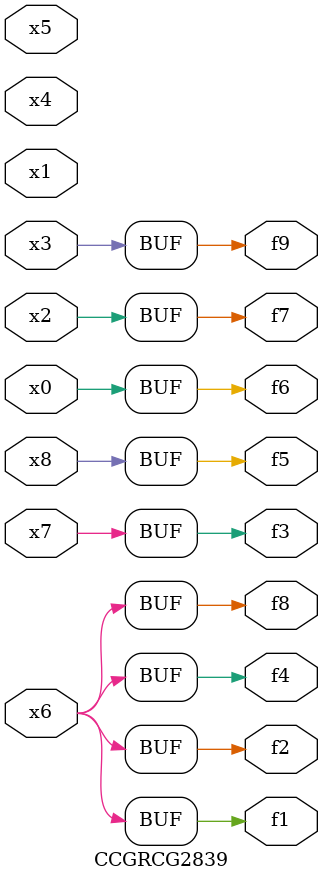
<source format=v>
module CCGRCG2839(
	input x0, x1, x2, x3, x4, x5, x6, x7, x8,
	output f1, f2, f3, f4, f5, f6, f7, f8, f9
);
	assign f1 = x6;
	assign f2 = x6;
	assign f3 = x7;
	assign f4 = x6;
	assign f5 = x8;
	assign f6 = x0;
	assign f7 = x2;
	assign f8 = x6;
	assign f9 = x3;
endmodule

</source>
